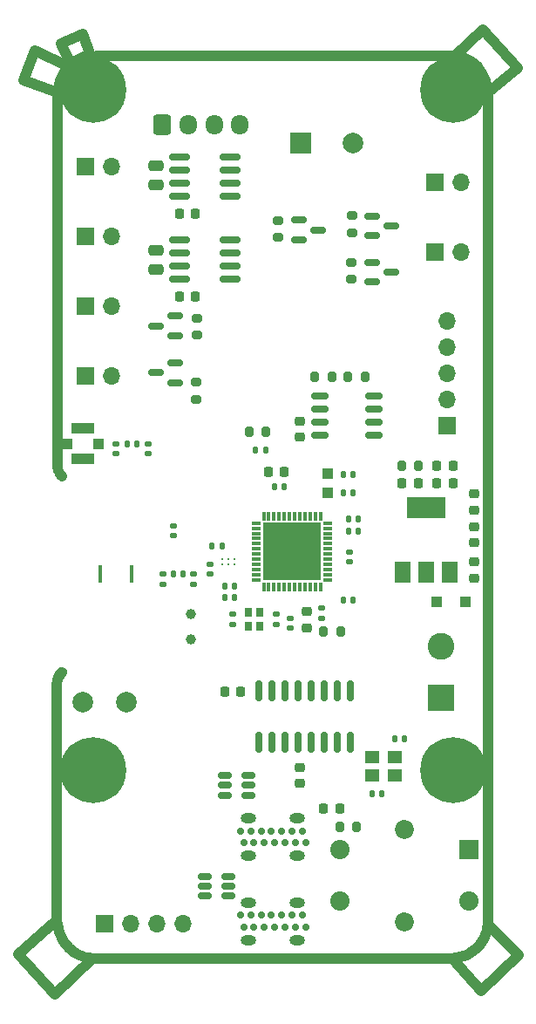
<source format=gbr>
%TF.GenerationSoftware,KiCad,Pcbnew,(6.0.2)*%
%TF.CreationDate,2022-04-29T18:27:35+02:00*%
%TF.ProjectId,reflowControllerV2,7265666c-6f77-4436-9f6e-74726f6c6c65,rev?*%
%TF.SameCoordinates,Original*%
%TF.FileFunction,Soldermask,Top*%
%TF.FilePolarity,Negative*%
%FSLAX46Y46*%
G04 Gerber Fmt 4.6, Leading zero omitted, Abs format (unit mm)*
G04 Created by KiCad (PCBNEW (6.0.2)) date 2022-04-29 18:27:35*
%MOMM*%
%LPD*%
G01*
G04 APERTURE LIST*
G04 Aperture macros list*
%AMRoundRect*
0 Rectangle with rounded corners*
0 $1 Rounding radius*
0 $2 $3 $4 $5 $6 $7 $8 $9 X,Y pos of 4 corners*
0 Add a 4 corners polygon primitive as box body*
4,1,4,$2,$3,$4,$5,$6,$7,$8,$9,$2,$3,0*
0 Add four circle primitives for the rounded corners*
1,1,$1+$1,$2,$3*
1,1,$1+$1,$4,$5*
1,1,$1+$1,$6,$7*
1,1,$1+$1,$8,$9*
0 Add four rect primitives between the rounded corners*
20,1,$1+$1,$2,$3,$4,$5,0*
20,1,$1+$1,$4,$5,$6,$7,0*
20,1,$1+$1,$6,$7,$8,$9,0*
20,1,$1+$1,$8,$9,$2,$3,0*%
G04 Aperture macros list end*
%ADD10C,1.000000*%
%ADD11C,6.400000*%
%ADD12C,0.800000*%
%ADD13RoundRect,0.150000X-0.587500X-0.150000X0.587500X-0.150000X0.587500X0.150000X-0.587500X0.150000X0*%
%ADD14R,1.700000X1.700000*%
%ADD15O,1.700000X1.700000*%
%ADD16RoundRect,0.140000X0.170000X-0.140000X0.170000X0.140000X-0.170000X0.140000X-0.170000X-0.140000X0*%
%ADD17C,1.000000*%
%ADD18RoundRect,0.150000X0.512500X0.150000X-0.512500X0.150000X-0.512500X-0.150000X0.512500X-0.150000X0*%
%ADD19RoundRect,0.150000X-0.825000X-0.150000X0.825000X-0.150000X0.825000X0.150000X-0.825000X0.150000X0*%
%ADD20RoundRect,0.225000X0.225000X0.250000X-0.225000X0.250000X-0.225000X-0.250000X0.225000X-0.250000X0*%
%ADD21RoundRect,0.200000X0.275000X-0.200000X0.275000X0.200000X-0.275000X0.200000X-0.275000X-0.200000X0*%
%ADD22RoundRect,0.140000X-0.140000X-0.170000X0.140000X-0.170000X0.140000X0.170000X-0.140000X0.170000X0*%
%ADD23RoundRect,0.147500X0.147500X0.172500X-0.147500X0.172500X-0.147500X-0.172500X0.147500X-0.172500X0*%
%ADD24R,2.000000X2.000000*%
%ADD25C,2.000000*%
%ADD26RoundRect,0.225000X-0.250000X0.225000X-0.250000X-0.225000X0.250000X-0.225000X0.250000X0.225000X0*%
%ADD27R,2.600000X2.600000*%
%ADD28C,2.600000*%
%ADD29RoundRect,0.200000X-0.275000X0.200000X-0.275000X-0.200000X0.275000X-0.200000X0.275000X0.200000X0*%
%ADD30RoundRect,0.200000X0.200000X0.275000X-0.200000X0.275000X-0.200000X-0.275000X0.200000X-0.275000X0*%
%ADD31RoundRect,0.150000X0.587500X0.150000X-0.587500X0.150000X-0.587500X-0.150000X0.587500X-0.150000X0*%
%ADD32RoundRect,0.200000X-0.200000X-0.275000X0.200000X-0.275000X0.200000X0.275000X-0.200000X0.275000X0*%
%ADD33RoundRect,0.140000X-0.170000X0.140000X-0.170000X-0.140000X0.170000X-0.140000X0.170000X0.140000X0*%
%ADD34RoundRect,0.250000X-0.475000X0.250000X-0.475000X-0.250000X0.475000X-0.250000X0.475000X0.250000X0*%
%ADD35RoundRect,0.225000X-0.225000X-0.250000X0.225000X-0.250000X0.225000X0.250000X-0.225000X0.250000X0*%
%ADD36RoundRect,0.140000X0.140000X0.170000X-0.140000X0.170000X-0.140000X-0.170000X0.140000X-0.170000X0*%
%ADD37R,1.400000X1.200000*%
%ADD38RoundRect,0.150000X0.150000X-0.825000X0.150000X0.825000X-0.150000X0.825000X-0.150000X-0.825000X0*%
%ADD39R,1.100000X1.100000*%
%ADD40R,1.500000X2.000000*%
%ADD41R,3.800000X2.000000*%
%ADD42R,0.800000X0.900000*%
%ADD43RoundRect,0.218750X-0.218750X-0.256250X0.218750X-0.256250X0.218750X0.256250X-0.218750X0.256250X0*%
%ADD44RoundRect,0.225000X0.250000X-0.225000X0.250000X0.225000X-0.250000X0.225000X-0.250000X-0.225000X0*%
%ADD45R,0.400000X1.800000*%
%ADD46RoundRect,0.150000X0.675000X0.150000X-0.675000X0.150000X-0.675000X-0.150000X0.675000X-0.150000X0*%
%ADD47R,0.203200X0.203200*%
%ADD48R,2.200000X1.050000*%
%ADD49R,1.050000X1.000000*%
%ADD50RoundRect,0.135000X0.135000X0.185000X-0.135000X0.185000X-0.135000X-0.185000X0.135000X-0.185000X0*%
%ADD51RoundRect,0.008100X-0.126900X0.421900X-0.126900X-0.421900X0.126900X-0.421900X0.126900X0.421900X0*%
%ADD52RoundRect,0.008100X-0.421900X-0.126900X0.421900X-0.126900X0.421900X0.126900X-0.421900X0.126900X0*%
%ADD53R,5.600000X5.600000*%
%ADD54R,1.100000X1.050000*%
%ADD55RoundRect,0.218750X0.256250X-0.218750X0.256250X0.218750X-0.256250X0.218750X-0.256250X-0.218750X0*%
%ADD56C,0.700000*%
%ADD57O,1.500000X1.000000*%
%ADD58RoundRect,0.250000X-0.600000X-0.725000X0.600000X-0.725000X0.600000X0.725000X-0.600000X0.725000X0*%
%ADD59O,1.700000X1.950000*%
%ADD60C,1.850000*%
%ADD61R,1.875000X1.875000*%
%ADD62C,1.875000*%
G04 APERTURE END LIST*
D10*
X41917737Y1890120D02*
X39199664Y-701921D01*
X39199664Y-701921D02*
X39542409Y-740539D01*
X39542409Y-740539D02*
X39878674Y-817289D01*
X39878674Y-817289D02*
X40204231Y-931206D01*
X40204231Y-931206D02*
X40514987Y-1080858D01*
X40514987Y-1080858D02*
X40807033Y-1264363D01*
X40807033Y-1264363D02*
X41076697Y-1479413D01*
X41076697Y-1479413D02*
X41200000Y-1600000D01*
X41200000Y-1600000D02*
X41337732Y-1740723D01*
X41337732Y-1740723D02*
X41587554Y-2045131D01*
X41587554Y-2045131D02*
X41806335Y-2372561D01*
X41806335Y-2372561D02*
X41991968Y-2719857D01*
X41991968Y-2719857D02*
X42142668Y-3083677D01*
X42142668Y-3083677D02*
X42256980Y-3460516D01*
X42256980Y-3460516D02*
X42333806Y-3846745D01*
X42333806Y-3846745D02*
X42372405Y-4238644D01*
X42372405Y-4238644D02*
X45265049Y-1845422D01*
X45265049Y-1845422D02*
X41917737Y1890120D01*
X890765Y491781D02*
X1880512Y-1479414D01*
X1880512Y-1479414D02*
X2150175Y-1264364D01*
X2150175Y-1264364D02*
X2442221Y-1080859D01*
X2442221Y-1080859D02*
X2752977Y-931207D01*
X2752977Y-931207D02*
X3078534Y-817289D01*
X3078534Y-817289D02*
X3414800Y-740539D01*
X3414800Y-740539D02*
X3757544Y-701922D01*
X3757544Y-701922D02*
X3063557Y1391781D01*
X3063557Y1391781D02*
X890765Y491781D01*
X45359933Y-87986129D02*
X42372818Y-85010662D01*
X42372818Y-85010662D02*
X42340791Y-85335834D01*
X42340791Y-85335834D02*
X42277047Y-85656302D01*
X42277047Y-85656302D02*
X42182198Y-85968978D01*
X42182198Y-85968978D02*
X42057158Y-86270852D01*
X42057158Y-86270852D02*
X41903132Y-86559016D01*
X41903132Y-86559016D02*
X41721602Y-86830695D01*
X41721602Y-86830695D02*
X41514318Y-87083274D01*
X41514318Y-87083274D02*
X41400000Y-87200000D01*
X41400000Y-87200000D02*
X41268219Y-87329008D01*
X41268219Y-87329008D02*
X40983123Y-87562980D01*
X40983123Y-87562980D02*
X40676467Y-87767881D01*
X40676467Y-87767881D02*
X40351203Y-87941738D01*
X40351203Y-87941738D02*
X40010465Y-88082877D01*
X40010465Y-88082877D02*
X39657534Y-88189937D01*
X39657534Y-88189937D02*
X39295808Y-88261889D01*
X39295808Y-88261889D02*
X38928772Y-88298039D01*
X38928772Y-88298039D02*
X41729779Y-91438840D01*
X41729779Y-91438840D02*
X45359933Y-87986129D01*
X-2771199Y-3046317D02*
X584802Y-4238644D01*
X584802Y-4238644D02*
X623401Y-3846745D01*
X623401Y-3846745D02*
X700227Y-3460516D01*
X700227Y-3460516D02*
X814540Y-3083677D01*
X814540Y-3083677D02*
X965239Y-2719857D01*
X965239Y-2719857D02*
X1150873Y-2372560D01*
X1150873Y-2372560D02*
X1369654Y-2045131D01*
X1369654Y-2045131D02*
X1619475Y-1740723D01*
X1619475Y-1740723D02*
X-1596679Y-210775D01*
X-1596679Y-210775D02*
X-2771199Y-3046317D01*
X336942Y-91803099D02*
X3946542Y-88298320D01*
X3946542Y-88298320D02*
X3612866Y-88265456D01*
X3612866Y-88265456D02*
X3284017Y-88200043D01*
X3284017Y-88200043D02*
X2963164Y-88102712D01*
X2963164Y-88102712D02*
X2653396Y-87974401D01*
X2653396Y-87974401D02*
X2357696Y-87816344D01*
X2357696Y-87816344D02*
X2078912Y-87630065D01*
X2078912Y-87630065D02*
X1819730Y-87417356D01*
X1819730Y-87417356D02*
X1700000Y-87300000D01*
X1700000Y-87300000D02*
X1559287Y-87156222D01*
X1559287Y-87156222D02*
X1304050Y-86845216D01*
X1304050Y-86845216D02*
X1080527Y-86510690D01*
X1080527Y-86510690D02*
X890869Y-86155865D01*
X890869Y-86155865D02*
X736904Y-85784160D01*
X736904Y-85784160D02*
X620113Y-85399153D01*
X620113Y-85399153D02*
X541622Y-85004552D01*
X541622Y-85004552D02*
X502186Y-84604159D01*
X502186Y-84604159D02*
X-3277226Y-87906092D01*
X-3277226Y-87906092D02*
X336942Y-91803099D01*
D11*
%TO.C,H4*%
X39000000Y-70000000D03*
D12*
X37302944Y-68302944D03*
X41400000Y-70000000D03*
X40697056Y-68302944D03*
X36600000Y-70000000D03*
X40697056Y-71697056D03*
X37302944Y-71697056D03*
X39000000Y-72400000D03*
X39000000Y-67600000D03*
%TD*%
D13*
%TO.C,Q1*%
X24012500Y-16650000D03*
X24012500Y-18550000D03*
X25887500Y-17600000D03*
%TD*%
D14*
%TO.C,J7*%
X3250000Y-11475000D03*
D15*
X5790000Y-11475000D03*
%TD*%
D16*
%TO.C,C25*%
X26225000Y-55280000D03*
X26225000Y-54320000D03*
%TD*%
D14*
%TO.C,J3*%
X3250000Y-24975000D03*
D15*
X5790000Y-24975000D03*
%TD*%
D17*
%TO.C,TP3*%
X13500000Y-54900000D03*
%TD*%
D18*
%TO.C,U5*%
X17137500Y-82250000D03*
X17137500Y-81300000D03*
X17137500Y-80350000D03*
X14862500Y-80350000D03*
X14862500Y-81300000D03*
X14862500Y-82250000D03*
%TD*%
D19*
%TO.C,U9*%
X12425000Y-10495000D03*
X12425000Y-11765000D03*
X12425000Y-13035000D03*
X12425000Y-14305000D03*
X17375000Y-14305000D03*
X17375000Y-13035000D03*
X17375000Y-11765000D03*
X17375000Y-10495000D03*
%TD*%
D20*
%TO.C,C17*%
X13975000Y-16000000D03*
X12425000Y-16000000D03*
%TD*%
D21*
%TO.C,R7*%
X29200000Y-17875000D03*
X29200000Y-16225000D03*
%TD*%
D22*
%TO.C,C18*%
X16820000Y-53300000D03*
X17780000Y-53300000D03*
%TD*%
%TO.C,C2*%
X28320000Y-43100000D03*
X29280000Y-43100000D03*
%TD*%
%TO.C,C11*%
X33320000Y-67000000D03*
X34280000Y-67000000D03*
%TD*%
%TO.C,C29*%
X28820000Y-45650000D03*
X29780000Y-45650000D03*
%TD*%
D23*
%TO.C,L2*%
X12785000Y-51020000D03*
X11815000Y-51020000D03*
%TD*%
D16*
%TO.C,C34*%
X11800000Y-47255000D03*
X11800000Y-46295000D03*
%TD*%
D14*
%TO.C,J2*%
X3250000Y-31725000D03*
D15*
X5790000Y-31725000D03*
%TD*%
D24*
%TO.C,BZ1*%
X24229216Y-9200000D03*
D25*
X29229216Y-9200000D03*
%TD*%
D26*
%TO.C,C5*%
X41000000Y-43225000D03*
X41000000Y-44775000D03*
%TD*%
D27*
%TO.C,J11*%
X37805000Y-63000000D03*
D28*
X37805000Y-58000000D03*
%TD*%
D17*
%TO.C,TP4*%
X13500000Y-57350000D03*
%TD*%
D29*
%TO.C,R9*%
X14100000Y-26175000D03*
X14100000Y-27825000D03*
%TD*%
D21*
%TO.C,R8*%
X29100000Y-22375000D03*
X29100000Y-20725000D03*
%TD*%
D16*
%TO.C,C30*%
X23150000Y-56255000D03*
X23150000Y-55295000D03*
%TD*%
D30*
%TO.C,JP2*%
X28050000Y-56600000D03*
X26400000Y-56600000D03*
%TD*%
D16*
%TO.C,C1*%
X21800000Y-55880000D03*
X21800000Y-54920000D03*
%TD*%
%TO.C,C35*%
X9400000Y-39300000D03*
X9400000Y-38340000D03*
%TD*%
D30*
%TO.C,JP1*%
X20825000Y-37200000D03*
X19175000Y-37200000D03*
%TD*%
D31*
%TO.C,Q5*%
X12037500Y-32400000D03*
X12037500Y-30500000D03*
X10162500Y-31450000D03*
%TD*%
D14*
%TO.C,J8*%
X38455000Y-36610000D03*
D15*
X38455000Y-34070000D03*
X38455000Y-31530000D03*
X38455000Y-28990000D03*
X38455000Y-26450000D03*
%TD*%
D22*
%TO.C,C10*%
X31120000Y-72300000D03*
X32080000Y-72300000D03*
%TD*%
D16*
%TO.C,C32*%
X10800000Y-51980000D03*
X10800000Y-51020000D03*
%TD*%
D30*
%TO.C,R11*%
X30450000Y-31850000D03*
X28800000Y-31850000D03*
%TD*%
D26*
%TO.C,C33*%
X24100000Y-36125000D03*
X24100000Y-37675000D03*
%TD*%
D19*
%TO.C,U8*%
X12425000Y-18595000D03*
X12425000Y-19865000D03*
X12425000Y-21135000D03*
X12425000Y-22405000D03*
X17375000Y-22405000D03*
X17375000Y-21135000D03*
X17375000Y-19865000D03*
X17375000Y-18595000D03*
%TD*%
D16*
%TO.C,C36*%
X6200000Y-39300000D03*
X6200000Y-38340000D03*
%TD*%
D20*
%TO.C,C7*%
X38975000Y-42200000D03*
X37425000Y-42200000D03*
%TD*%
D21*
%TO.C,R10*%
X14050000Y-34025000D03*
X14050000Y-32375000D03*
%TD*%
D32*
%TO.C,R2*%
X33975000Y-40500000D03*
X35625000Y-40500000D03*
%TD*%
D22*
%TO.C,C6*%
X28320000Y-41300000D03*
X29280000Y-41300000D03*
%TD*%
D33*
%TO.C,C23*%
X28900000Y-48870000D03*
X28900000Y-49830000D03*
%TD*%
D34*
%TO.C,C13*%
X10100000Y-19550000D03*
X10100000Y-21450000D03*
%TD*%
D12*
%TO.C,H3*%
X2302944Y-71697056D03*
X4000000Y-72400000D03*
X5697056Y-68302944D03*
X2302944Y-68302944D03*
X6400000Y-70000000D03*
X5697056Y-71697056D03*
D11*
X4000000Y-70000000D03*
D12*
X1600000Y-70000000D03*
X4000000Y-67600000D03*
%TD*%
D35*
%TO.C,C8*%
X26425000Y-73800000D03*
X27975000Y-73800000D03*
%TD*%
D13*
%TO.C,Q2*%
X31112500Y-16250000D03*
X31112500Y-18150000D03*
X32987500Y-17200000D03*
%TD*%
D36*
%TO.C,C22*%
X29780000Y-46850000D03*
X28820000Y-46850000D03*
%TD*%
D30*
%TO.C,R1*%
X29625000Y-75500000D03*
X27975000Y-75500000D03*
%TD*%
D25*
%TO.C,TP1*%
X3000000Y-63450000D03*
%TD*%
D30*
%TO.C,R4*%
X27225000Y-31850000D03*
X25575000Y-31850000D03*
%TD*%
D12*
%TO.C,H1*%
X4000000Y-6400000D03*
X1600000Y-4000000D03*
X2302944Y-5697056D03*
X6400000Y-4000000D03*
X5697056Y-2302944D03*
X2302944Y-2302944D03*
X4000000Y-1600000D03*
D11*
X4000000Y-4000000D03*
D12*
X5697056Y-5697056D03*
%TD*%
D37*
%TO.C,Y3*%
X31100000Y-70500000D03*
X33300000Y-70500000D03*
X33300000Y-68800000D03*
X31100000Y-68800000D03*
%TD*%
D20*
%TO.C,C15*%
X13975000Y-24100000D03*
X12425000Y-24100000D03*
%TD*%
D38*
%TO.C,U7*%
X20090000Y-67300000D03*
X21360000Y-67300000D03*
X22630000Y-67300000D03*
X23900000Y-67300000D03*
X25170000Y-67300000D03*
X26440000Y-67300000D03*
X27710000Y-67300000D03*
X28980000Y-67300000D03*
X28980000Y-62350000D03*
X27710000Y-62350000D03*
X26440000Y-62350000D03*
X25170000Y-62350000D03*
X23900000Y-62350000D03*
X22630000Y-62350000D03*
X21360000Y-62350000D03*
X20090000Y-62350000D03*
%TD*%
D39*
%TO.C,D3*%
X40200000Y-53700000D03*
X37400000Y-53700000D03*
%TD*%
D14*
%TO.C,J4*%
X37250000Y-19725000D03*
D15*
X39790000Y-19725000D03*
%TD*%
D33*
%TO.C,C4*%
X17600000Y-54920000D03*
X17600000Y-55880000D03*
%TD*%
D40*
%TO.C,U3*%
X34100000Y-50850000D03*
X36400000Y-50850000D03*
D41*
X36400000Y-44550000D03*
D40*
X38700000Y-50850000D03*
%TD*%
D12*
%TO.C,H2*%
X37302944Y-2302944D03*
X36600000Y-4000000D03*
X37302944Y-5697056D03*
X41400000Y-4000000D03*
X40697056Y-2302944D03*
D11*
X39000000Y-4000000D03*
D12*
X39000000Y-6400000D03*
X40697056Y-5697056D03*
X39000000Y-1600000D03*
%TD*%
D42*
%TO.C,Y1*%
X20250000Y-56100000D03*
X20250000Y-54700000D03*
X19150000Y-54700000D03*
X19150000Y-56100000D03*
%TD*%
D43*
%TO.C,D1*%
X34012500Y-42200000D03*
X35587500Y-42200000D03*
%TD*%
D44*
%TO.C,C12*%
X24135000Y-71300000D03*
X24135000Y-69750000D03*
%TD*%
D13*
%TO.C,Q3*%
X31112500Y-20750000D03*
X31112500Y-22650000D03*
X32987500Y-21700000D03*
%TD*%
D43*
%TO.C,FB2*%
X21037500Y-41050000D03*
X22612500Y-41050000D03*
%TD*%
D14*
%TO.C,J6*%
X3250000Y-18225000D03*
D15*
X5790000Y-18225000D03*
%TD*%
D45*
%TO.C,ANT1*%
X7800000Y-51020000D03*
X4700000Y-51020000D03*
%TD*%
D46*
%TO.C,U10*%
X31325000Y-37555000D03*
X31325000Y-36285000D03*
X31325000Y-35015000D03*
X31325000Y-33745000D03*
X26075000Y-33745000D03*
X26075000Y-35015000D03*
X26075000Y-36285000D03*
X26075000Y-37555000D03*
%TD*%
D16*
%TO.C,C26*%
X13800000Y-51980000D03*
X13800000Y-51020000D03*
%TD*%
D21*
%TO.C,R5*%
X21950000Y-18325000D03*
X21950000Y-16675000D03*
%TD*%
D47*
%TO.C,F1*%
X16613001Y-50044000D03*
X17200000Y-50044000D03*
X17786999Y-50044000D03*
X17786999Y-49536000D03*
X17200000Y-49536000D03*
X16613001Y-49536000D03*
%TD*%
D22*
%TO.C,C31*%
X21645000Y-42550000D03*
X22605000Y-42550000D03*
%TD*%
D48*
%TO.C,J12*%
X3000000Y-36875000D03*
X3000000Y-39825000D03*
D49*
X1475000Y-38350000D03*
X4525000Y-38350000D03*
%TD*%
D25*
%TO.C,TP2*%
X7300000Y-63450000D03*
%TD*%
D36*
%TO.C,C27*%
X16530000Y-48250000D03*
X15570000Y-48250000D03*
%TD*%
D18*
%TO.C,U6*%
X19087500Y-72450000D03*
X19087500Y-71500000D03*
X19087500Y-70550000D03*
X16812500Y-70550000D03*
X16812500Y-71500000D03*
X16812500Y-72450000D03*
%TD*%
D50*
%TO.C,R3*%
X20810000Y-39000000D03*
X19790000Y-39000000D03*
%TD*%
D14*
%TO.C,J5*%
X37250000Y-12975000D03*
D15*
X39790000Y-12975000D03*
%TD*%
D26*
%TO.C,C3*%
X41000000Y-47975000D03*
X41000000Y-46425000D03*
%TD*%
D23*
%TO.C,L4*%
X8285000Y-38350000D03*
X7315000Y-38350000D03*
%TD*%
D22*
%TO.C,C19*%
X16820000Y-52200000D03*
X17780000Y-52200000D03*
%TD*%
D33*
%TO.C,C24*%
X15400000Y-50060000D03*
X15400000Y-51020000D03*
%TD*%
D20*
%TO.C,C14*%
X18375000Y-62400000D03*
X16825000Y-62400000D03*
%TD*%
D51*
%TO.C,U4*%
X26100000Y-45365000D03*
X25600000Y-45365000D03*
X25100000Y-45365000D03*
X24600000Y-45365000D03*
X24100000Y-45365000D03*
X23600000Y-45365000D03*
X23100000Y-45365000D03*
X22600000Y-45365000D03*
X22100000Y-45365000D03*
X21600000Y-45365000D03*
X21100000Y-45365000D03*
X20600000Y-45365000D03*
D52*
X19915000Y-46050000D03*
X19915000Y-46550000D03*
X19915000Y-47050000D03*
X19915000Y-47550000D03*
X19915000Y-48050000D03*
X19915000Y-48550000D03*
X19915000Y-49050000D03*
X19915000Y-49550000D03*
X19915000Y-50050000D03*
X19915000Y-50550000D03*
X19915000Y-51050000D03*
X19915000Y-51550000D03*
D51*
X20600000Y-52235000D03*
X21100000Y-52235000D03*
X21600000Y-52235000D03*
X22100000Y-52235000D03*
X22600000Y-52235000D03*
X23100000Y-52235000D03*
X23600000Y-52235000D03*
X24100000Y-52235000D03*
X24600000Y-52235000D03*
X25100000Y-52235000D03*
X25600000Y-52235000D03*
X26100000Y-52235000D03*
D52*
X26785000Y-51550000D03*
X26785000Y-51050000D03*
X26785000Y-50550000D03*
X26785000Y-50050000D03*
X26785000Y-49550000D03*
X26785000Y-49050000D03*
X26785000Y-48550000D03*
X26785000Y-48050000D03*
X26785000Y-47550000D03*
X26785000Y-47050000D03*
X26785000Y-46550000D03*
X26785000Y-46050000D03*
D53*
X23350000Y-48800000D03*
%TD*%
D54*
%TO.C,Y2*%
X26800000Y-43125000D03*
X26800000Y-41275000D03*
%TD*%
D55*
%TO.C,FB1*%
X41000000Y-51387500D03*
X41000000Y-49812500D03*
%TD*%
D22*
%TO.C,C28*%
X28320000Y-53500000D03*
X29280000Y-53500000D03*
%TD*%
D34*
%TO.C,C16*%
X10100000Y-11350000D03*
X10100000Y-13250000D03*
%TD*%
D31*
%TO.C,Q4*%
X12037500Y-27850000D03*
X12037500Y-25950000D03*
X10162500Y-26900000D03*
%TD*%
D20*
%TO.C,C9*%
X38975000Y-40500000D03*
X37425000Y-40500000D03*
%TD*%
D55*
%TO.C,L3*%
X24800000Y-56237500D03*
X24800000Y-54662500D03*
%TD*%
D56*
%TO.C,U2*%
X24340000Y-75920000D03*
X23340000Y-75920000D03*
X22340000Y-75920000D03*
X21340000Y-75920000D03*
X20340000Y-75920000D03*
X19340000Y-75920000D03*
X18340000Y-75920000D03*
X18660000Y-77080000D03*
X19660000Y-77080000D03*
X20660000Y-77080000D03*
X21660000Y-77080000D03*
X22660000Y-77080000D03*
X23660000Y-77080000D03*
X24660000Y-77080000D03*
D57*
X23870000Y-74670000D03*
X23870000Y-78330000D03*
X19130000Y-74670000D03*
X19130000Y-78330000D03*
%TD*%
D15*
%TO.C,J9*%
X12795000Y-84925000D03*
X10255000Y-84925000D03*
X7715000Y-84925000D03*
D14*
X5175000Y-84925000D03*
%TD*%
D58*
%TO.C,J10*%
X10750000Y-7372500D03*
D59*
X13290000Y-7372500D03*
X15790000Y-7372500D03*
X18290000Y-7372500D03*
%TD*%
D56*
%TO.C,U1*%
X24340000Y-84120000D03*
X23340000Y-84120000D03*
X22340000Y-84120000D03*
X21340000Y-84120000D03*
X20340000Y-84120000D03*
X19340000Y-84120000D03*
X18340000Y-84120000D03*
X18660000Y-85280000D03*
X19660000Y-85280000D03*
X20660000Y-85280000D03*
X21660000Y-85280000D03*
X22660000Y-85280000D03*
X23660000Y-85280000D03*
X24660000Y-85280000D03*
D57*
X23870000Y-86530000D03*
X23870000Y-82870000D03*
X19130000Y-86530000D03*
X19130000Y-82870000D03*
%TD*%
D60*
%TO.C,SW1*%
X34250000Y-75750000D03*
X34250000Y-84750000D03*
D61*
X40500000Y-77750000D03*
D62*
X28000000Y-77750000D03*
X40500000Y-82750000D03*
X28000000Y-82750000D03*
%TD*%
G36*
X1049163Y-4598907D02*
G01*
X1085127Y-4648407D01*
X1089972Y-4679028D01*
X1080001Y-40476912D01*
X1080382Y-40483060D01*
X1109298Y-40714384D01*
X1111957Y-40725312D01*
X1177986Y-40904534D01*
X1183231Y-40914847D01*
X1298806Y-41088209D01*
X1301343Y-41091678D01*
X1447008Y-41273760D01*
X1465359Y-41310096D01*
X1495892Y-41424594D01*
X1499064Y-41455917D01*
X1491039Y-41592339D01*
X1482910Y-41626206D01*
X1425639Y-41757112D01*
X1410992Y-41780810D01*
X1334766Y-41872280D01*
X1298921Y-41899368D01*
X1151074Y-41965078D01*
X1128071Y-41972105D01*
X987740Y-41996869D01*
X952291Y-41996679D01*
X833591Y-41974423D01*
X791055Y-41955265D01*
X636322Y-41834917D01*
X624555Y-41824136D01*
X505921Y-41696376D01*
X495279Y-41682682D01*
X305181Y-41388031D01*
X296451Y-41371128D01*
X163568Y-41038921D01*
X158213Y-41020556D01*
X91525Y-40668060D01*
X89822Y-40651809D01*
X80023Y-40201058D01*
X80000Y-40198906D01*
X80000Y-4679000D01*
X98907Y-4620809D01*
X148407Y-4584845D01*
X179000Y-4580000D01*
X990972Y-4580000D01*
X1049163Y-4598907D01*
G37*
G36*
X38800166Y-87808907D02*
G01*
X38836130Y-87858407D01*
X38840970Y-87888020D01*
X38849010Y-88700020D01*
X38830680Y-88758395D01*
X38781538Y-88794847D01*
X38750015Y-88800000D01*
X4019000Y-88800000D01*
X3960809Y-88781093D01*
X3924845Y-88731593D01*
X3920000Y-88701000D01*
X3920000Y-87889000D01*
X3938907Y-87830809D01*
X3988407Y-87794845D01*
X4019000Y-87790000D01*
X38741975Y-87790000D01*
X38800166Y-87808907D01*
G37*
G36*
X38959191Y-218907D02*
G01*
X38995155Y-268407D01*
X39000000Y-299000D01*
X39000000Y-1101000D01*
X38981093Y-1159191D01*
X38931593Y-1195155D01*
X38901000Y-1200000D01*
X4209000Y-1200000D01*
X4150809Y-1181093D01*
X4114845Y-1131593D01*
X4110000Y-1101000D01*
X4110000Y-299000D01*
X4128907Y-240809D01*
X4178407Y-204845D01*
X4209000Y-200000D01*
X38901000Y-200000D01*
X38959191Y-218907D01*
G37*
G36*
X1044030Y-60003006D02*
G01*
X1154527Y-60026684D01*
X1183667Y-60037972D01*
X1283241Y-60096057D01*
X1296049Y-60104949D01*
X1387702Y-60179938D01*
X1408534Y-60203410D01*
X1460350Y-60284836D01*
X1473703Y-60317590D01*
X1505942Y-60470721D01*
X1506370Y-60509362D01*
X1483127Y-60633324D01*
X1471500Y-60664681D01*
X1375024Y-60831322D01*
X1363340Y-60847492D01*
X1214105Y-61015381D01*
X1207164Y-61025483D01*
X1063674Y-61302897D01*
X1058765Y-61317903D01*
X1010591Y-61626217D01*
X1009998Y-61633827D01*
X1000000Y-83940000D01*
X1000000Y-84490419D01*
X981093Y-84548610D01*
X931593Y-84584574D01*
X882521Y-84587679D01*
X80521Y-84435299D01*
X26882Y-84405862D01*
X790Y-84350519D01*
X0Y-84338039D01*
X0Y-61596167D01*
X764Y-61583888D01*
X9959Y-61510327D01*
X10027Y-61509745D01*
X19647Y-61423165D01*
X20549Y-61416892D01*
X49263Y-61254184D01*
X51099Y-61245881D01*
X89457Y-61102036D01*
X90621Y-61098014D01*
X138496Y-60944816D01*
X141994Y-60935348D01*
X228445Y-60733628D01*
X231833Y-60726517D01*
X327930Y-60543933D01*
X332419Y-60536260D01*
X435991Y-60376193D01*
X444875Y-60364474D01*
X585772Y-60204792D01*
X594814Y-60195788D01*
X735009Y-60073117D01*
X768894Y-60053702D01*
X888441Y-60013853D01*
X912155Y-60009065D01*
X1015694Y-60001100D01*
X1044030Y-60003006D01*
G37*
G36*
X42829203Y-4438907D02*
G01*
X42865167Y-4488407D01*
X42870012Y-4518988D01*
X42879989Y-84733766D01*
X42861089Y-84791959D01*
X42811593Y-84827929D01*
X42794582Y-84831840D01*
X41982593Y-84944393D01*
X41922357Y-84933655D01*
X41879938Y-84889561D01*
X41870000Y-84846331D01*
X41870000Y-4519000D01*
X41888907Y-4460809D01*
X41938407Y-4424845D01*
X41969000Y-4420000D01*
X42771012Y-4420000D01*
X42829203Y-4438907D01*
G37*
M02*

</source>
